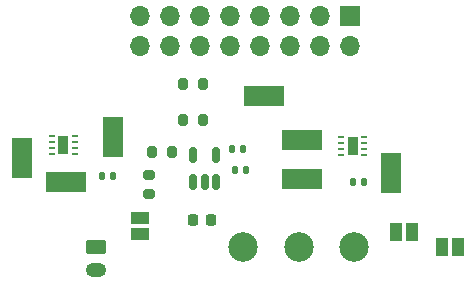
<source format=gbr>
%TF.GenerationSoftware,KiCad,Pcbnew,8.0.1*%
%TF.CreationDate,2024-03-24T23:40:03+02:00*%
%TF.ProjectId,circuit schematic,63697263-7569-4742-9073-6368656d6174,rev?*%
%TF.SameCoordinates,Original*%
%TF.FileFunction,Soldermask,Top*%
%TF.FilePolarity,Negative*%
%FSLAX46Y46*%
G04 Gerber Fmt 4.6, Leading zero omitted, Abs format (unit mm)*
G04 Created by KiCad (PCBNEW 8.0.1) date 2024-03-24 23:40:03*
%MOMM*%
%LPD*%
G01*
G04 APERTURE LIST*
G04 Aperture macros list*
%AMRoundRect*
0 Rectangle with rounded corners*
0 $1 Rounding radius*
0 $2 $3 $4 $5 $6 $7 $8 $9 X,Y pos of 4 corners*
0 Add a 4 corners polygon primitive as box body*
4,1,4,$2,$3,$4,$5,$6,$7,$8,$9,$2,$3,0*
0 Add four circle primitives for the rounded corners*
1,1,$1+$1,$2,$3*
1,1,$1+$1,$4,$5*
1,1,$1+$1,$6,$7*
1,1,$1+$1,$8,$9*
0 Add four rect primitives between the rounded corners*
20,1,$1+$1,$2,$3,$4,$5,0*
20,1,$1+$1,$4,$5,$6,$7,0*
20,1,$1+$1,$6,$7,$8,$9,0*
20,1,$1+$1,$8,$9,$2,$3,0*%
G04 Aperture macros list end*
%ADD10R,1.700000X1.700000*%
%ADD11O,1.700000X1.700000*%
%ADD12R,0.900000X1.600000*%
%ADD13RoundRect,0.062500X-0.187500X-0.062500X0.187500X-0.062500X0.187500X0.062500X-0.187500X0.062500X0*%
%ADD14RoundRect,0.218750X-0.218750X-0.256250X0.218750X-0.256250X0.218750X0.256250X-0.218750X0.256250X0*%
%ADD15RoundRect,0.150000X0.150000X-0.512500X0.150000X0.512500X-0.150000X0.512500X-0.150000X-0.512500X0*%
%ADD16R,3.400000X1.800000*%
%ADD17R,1.800000X3.400000*%
%ADD18C,2.500000*%
%ADD19RoundRect,0.200000X-0.200000X-0.275000X0.200000X-0.275000X0.200000X0.275000X-0.200000X0.275000X0*%
%ADD20RoundRect,0.200000X-0.275000X0.200000X-0.275000X-0.200000X0.275000X-0.200000X0.275000X0.200000X0*%
%ADD21RoundRect,0.200000X0.200000X0.275000X-0.200000X0.275000X-0.200000X-0.275000X0.200000X-0.275000X0*%
%ADD22R,1.500000X1.000000*%
%ADD23R,1.000000X1.500000*%
%ADD24RoundRect,0.250000X-0.625000X0.350000X-0.625000X-0.350000X0.625000X-0.350000X0.625000X0.350000X0*%
%ADD25O,1.750000X1.200000*%
%ADD26RoundRect,0.140000X0.140000X0.170000X-0.140000X0.170000X-0.140000X-0.170000X0.140000X-0.170000X0*%
%ADD27RoundRect,0.140000X-0.140000X-0.170000X0.140000X-0.170000X0.140000X0.170000X-0.140000X0.170000X0*%
G04 APERTURE END LIST*
D10*
%TO.C,J3*%
X134500000Y-52500000D03*
D11*
X134500000Y-55040000D03*
X131960000Y-52500000D03*
X131960000Y-55040000D03*
X129420000Y-52500000D03*
X129420000Y-55040000D03*
X126880000Y-52500000D03*
X126880000Y-55040000D03*
X124340000Y-52500000D03*
X124340000Y-55040000D03*
X121800000Y-52500000D03*
X121800000Y-55040000D03*
X119260000Y-52500000D03*
X119260000Y-55040000D03*
X116720000Y-52500000D03*
X116720000Y-55040000D03*
%TD*%
D12*
%TO.C,U2*%
X134750000Y-63500000D03*
D13*
X135700000Y-62750000D03*
X135700000Y-63250000D03*
X135700000Y-63750000D03*
X135700000Y-64250000D03*
X133800000Y-64250000D03*
X133800000Y-63750000D03*
X133800000Y-63250000D03*
X133800000Y-62750000D03*
%TD*%
D14*
%TO.C,D1*%
X121212500Y-69750000D03*
X122787500Y-69750000D03*
%TD*%
D13*
%TO.C,U3*%
X109300000Y-62650000D03*
X109300000Y-63150000D03*
X109300000Y-63650000D03*
X109300000Y-64150000D03*
X111200000Y-64150000D03*
X111200000Y-63650000D03*
X111200000Y-63150000D03*
X111200000Y-62650000D03*
D12*
X110250000Y-63400000D03*
%TD*%
D15*
%TO.C,U1*%
X121270000Y-66525000D03*
X122220000Y-66525000D03*
X123170000Y-66525000D03*
X123170000Y-64250000D03*
X121270000Y-64250000D03*
%TD*%
D16*
%TO.C,TP7*%
X110500000Y-66500000D03*
%TD*%
D17*
%TO.C,TP6*%
X106750000Y-64500000D03*
%TD*%
D16*
%TO.C,TP5*%
X130500000Y-66250000D03*
%TD*%
%TO.C,TP4*%
X130500000Y-63000000D03*
%TD*%
D17*
%TO.C,TP3*%
X114500000Y-62750000D03*
%TD*%
%TO.C,TP2*%
X138000000Y-65750000D03*
%TD*%
D16*
%TO.C,TP1*%
X127250000Y-59250000D03*
%TD*%
D18*
%TO.C,SW1*%
X134900000Y-72000000D03*
X130200000Y-72000000D03*
X125500000Y-72000000D03*
%TD*%
D19*
%TO.C,R6*%
X122075000Y-58250000D03*
X120425000Y-58250000D03*
%TD*%
%TO.C,R5*%
X120425000Y-61250000D03*
X122075000Y-61250000D03*
%TD*%
D20*
%TO.C,R2*%
X117500000Y-65925000D03*
X117500000Y-67575000D03*
%TD*%
D21*
%TO.C,R1*%
X119420000Y-64000000D03*
X117770000Y-64000000D03*
%TD*%
D22*
%TO.C,JP10*%
X116750000Y-70900000D03*
X116750000Y-69600000D03*
%TD*%
D23*
%TO.C,JP6*%
X138450000Y-70750000D03*
X139750000Y-70750000D03*
%TD*%
%TO.C,JP3*%
X143650000Y-72000000D03*
X142350000Y-72000000D03*
%TD*%
D24*
%TO.C,J2*%
X113000000Y-72000000D03*
D25*
X113000000Y-74000000D03*
%TD*%
D26*
%TO.C,C4*%
X114480000Y-66000000D03*
X113520000Y-66000000D03*
%TD*%
D27*
%TO.C,C3*%
X134770000Y-66500000D03*
X135730000Y-66500000D03*
%TD*%
%TO.C,C2*%
X124520000Y-63750000D03*
X125480000Y-63750000D03*
%TD*%
%TO.C,C1*%
X124750000Y-65500000D03*
X125710000Y-65500000D03*
%TD*%
M02*

</source>
